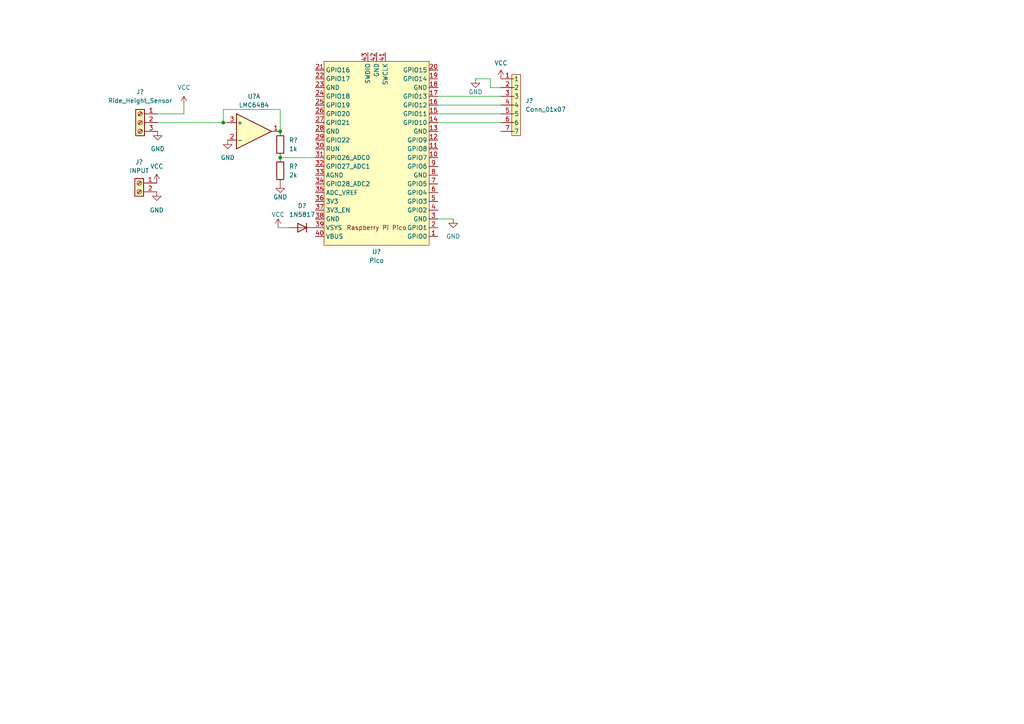
<source format=kicad_sch>
(kicad_sch (version 20211123) (generator eeschema)
  (paper "A4")
  (lib_symbols
    (symbol "Amplifier_Operational:LMC6484" (pin_names (offset 0.127))
      (property "Reference" "U" (at 0 5.08 0))
      (property "Value" "LMC6484" (at 0 -5.08 0))
      (symbol "LMC6484_1_1"
        (polyline (pts (xy -5.08 5.08) (xy 5.08 0) (xy -5.08 -5.08) (xy -5.08 5.08)) (stroke (width 0.254)) (fill (type background)))
        (pin output line (at 7.62 0 180) (length 2.54) (name "~") (number "1"))
        (pin input line (at -7.62 -2.54 0) (length 2.54) (name "-") (number "2"))
        (pin input line (at -7.62 2.54 0) (length 2.54) (name "+") (number "3"))
      )
      (symbol "LMC6484_2_1"
        (polyline (pts (xy -5.08 5.08) (xy 5.08 0) (xy -5.08 -5.08) (xy -5.08 5.08)) (stroke (width 0.254)) (fill (type background)))
        (pin input line (at -7.62 2.54 0) (length 2.54) (name "+") (number "5"))
        (pin input line (at -7.62 -2.54 0) (length 2.54) (name "-") (number "6"))
        (pin output line (at 7.62 0 180) (length 2.54) (name "~") (number "7"))
      )
      (symbol "LMC6484_3_1"
        (polyline (pts (xy -5.08 5.08) (xy 5.08 0) (xy -5.08 -5.08) (xy -5.08 5.08)) (stroke (width 0.254)) (fill (type background)))
        (pin input line (at -7.62 2.54 0) (length 2.54) (name "+") (number "10"))
        (pin output line (at 7.62 0 180) (length 2.54) (name "~") (number "8"))
        (pin input line (at -7.62 -2.54 0) (length 2.54) (name "-") (number "9"))
      )
      (symbol "LMC6484_4_1"
        (polyline (pts (xy -5.08 5.08) (xy 5.08 0) (xy -5.08 -5.08) (xy -5.08 5.08)) (stroke (width 0.254)) (fill (type background)))
        (pin input line (at -7.62 2.54 0) (length 2.54) (name "+") (number "12"))
        (pin input line (at -7.62 -2.54 0) (length 2.54) (name "-") (number "13"))
        (pin output line (at 7.62 0 180) (length 2.54) (name "~") (number "14"))
      )
      (symbol "LMC6484_5_1"
        (pin power_in line (at -2.54 -7.62 90) (length 3.81) (name "V-") (number "11"))
        (pin power_in line (at -2.54 7.62 270) (length 3.81) (name "V+") (number "4"))
      )
    )
    (symbol "Connector:Screw_Terminal_01x02" (pin_names (offset 1.016) hide)
      (property "Reference" "J" (at 0 2.54 0))
      (property "Value" "Screw_Terminal_01x02" (at 0 -5.08 0))
      (symbol "Screw_Terminal_01x02_1_1"
        (rectangle (start -1.27 1.27) (end 1.27 -3.81) (stroke (width 0.254)) (fill (type background)))
        (circle (center 0 -2.54) (radius 0.635) (stroke (width 0.1524)))
        (polyline (pts (xy -0.5334 -2.2098) (xy 0.3302 -3.048)) (stroke (width 0.1524)))
        (polyline (pts (xy -0.5334 0.3302) (xy 0.3302 -0.508)) (stroke (width 0.1524)))
        (polyline (pts (xy -0.3556 -2.032) (xy 0.508 -2.8702)) (stroke (width 0.1524)))
        (polyline (pts (xy -0.3556 0.508) (xy 0.508 -0.3302)) (stroke (width 0.1524)))
        (circle (center 0 0) (radius 0.635) (stroke (width 0.1524)))
        (pin passive line (at -5.08 0 0) (length 3.81) (name "Pin_1") (number "1"))
        (pin passive line (at -5.08 -2.54 0) (length 3.81) (name "Pin_2") (number "2"))
      )
    )
    (symbol "Connector:Screw_Terminal_01x03" (pin_names (offset 1.016) hide)
      (property "Reference" "J" (at 0 5.08 0))
      (property "Value" "Screw_Terminal_01x03" (at 0 -5.08 0))
      (symbol "Screw_Terminal_01x03_1_1"
        (rectangle (start -1.27 3.81) (end 1.27 -3.81) (stroke (width 0.254)) (fill (type background)))
        (circle (center 0 -2.54) (radius 0.635) (stroke (width 0.1524)))
        (polyline (pts (xy -0.5334 -2.2098) (xy 0.3302 -3.048)) (stroke (width 0.1524)))
        (polyline (pts (xy -0.5334 0.3302) (xy 0.3302 -0.508)) (stroke (width 0.1524)))
        (polyline (pts (xy -0.5334 2.8702) (xy 0.3302 2.032)) (stroke (width 0.1524)))
        (polyline (pts (xy -0.3556 -2.032) (xy 0.508 -2.8702)) (stroke (width 0.1524)))
        (polyline (pts (xy -0.3556 0.508) (xy 0.508 -0.3302)) (stroke (width 0.1524)))
        (polyline (pts (xy -0.3556 3.048) (xy 0.508 2.2098)) (stroke (width 0.1524)))
        (circle (center 0 0) (radius 0.635) (stroke (width 0.1524)))
        (circle (center 0 2.54) (radius 0.635) (stroke (width 0.1524)))
        (pin passive line (at -5.08 2.54 0) (length 3.81) (name "Pin_1") (number "1"))
        (pin passive line (at -5.08 0 0) (length 3.81) (name "Pin_2") (number "2"))
        (pin passive line (at -5.08 -2.54 0) (length 3.81) (name "Pin_3") (number "3"))
      )
    )
    (symbol "Device:D" (pin_numbers hide) (pin_names (offset 1.016) hide)
      (property "Reference" "D" (at 0 2.54 0))
      (property "Value" "D" (at 0 -2.54 0))
      (symbol "D_0_1"
        (polyline (pts (xy -1.27 1.27) (xy -1.27 -1.27)) (stroke (width 0.254)))
        (polyline (pts (xy 1.27 0) (xy -1.27 0)))
        (polyline (pts (xy 1.27 1.27) (xy 1.27 -1.27) (xy -1.27 0) (xy 1.27 1.27)) (stroke (width 0.254)))
      )
      (symbol "D_1_1"
        (pin passive line (at -3.81 0 0) (length 2.54) (name "K") (number "1"))
        (pin passive line (at 3.81 0 180) (length 2.54) (name "A") (number "2"))
      )
    )
    (symbol "Device:R" (pin_numbers hide) (pin_names (offset 0))
      (property "Reference" "R" (at 2.032 0 90))
      (property "Value" "R" (at 0 0 90))
      (symbol "R_0_1"
        (rectangle (start -1.016 -2.54) (end 1.016 2.54) (stroke (width 0.254)))
      )
      (symbol "R_1_1"
        (pin passive line (at 0 3.81 270) (length 1.27) (name "~") (number "1"))
        (pin passive line (at 0 -3.81 90) (length 1.27) (name "~") (number "2"))
      )
    )
    (symbol "baja_schematics:Conn_01x07" (pin_names (offset 0.025))
      (property "Reference" "J" (at 0 0 0))
      (property "Value" "Conn_01x07" (at 0.635 -20.32 0))
      (symbol "Conn_01x07_0_1"
        (rectangle (start -3.175 -1.27) (end -5.715 -19.05) (fill (type background)))
      )
      (symbol "Conn_01x07_1_1"
        (pin passive line (at 0 -2.54 180) (length 3.81) (name "1") (number "1"))
        (pin passive line (at 0 -5.08 180) (length 3.81) (name "2") (number "2"))
        (pin passive line (at 0 -7.62 180) (length 3.81) (name "3") (number "3"))
        (pin passive line (at 0 -10.16 180) (length 3.81) (name "4") (number "4"))
        (pin passive line (at 0 -12.7 180) (length 3.81) (name "5") (number "5"))
        (pin passive line (at 0 -15.24 180) (length 3.81) (name "6") (number "6"))
        (pin passive line (at 0 -17.78 180) (length 3.81) (name "7") (number "7"))
      )
    )
    (symbol "baja_schematics:Pico"
      (property "Reference" "U" (at -13.97 27.94 0))
      (property "Value" "Pico" (at 0 19.05 0))
      (symbol "Pico_0_0"
        (text "Raspberry Pi Pico" (at 0 21.59 0) (effects (font (size 1.27 1.27))))
      )
      (symbol "Pico_0_1"
        (rectangle (start -15.24 26.67) (end 15.24 -26.67) (fill (type background)))
      )
      (symbol "Pico_1_1"
        (pin bidirectional line (at -17.78 24.13 0) (length 2.54) (name "GPIO0") (number "1"))
        (pin bidirectional line (at -17.78 1.27 0) (length 2.54) (name "GPIO7") (number "10"))
        (pin bidirectional line (at -17.78 -1.27 0) (length 2.54) (name "GPIO8") (number "11"))
        (pin bidirectional line (at -17.78 -3.81 0) (length 2.54) (name "GPIO9") (number "12"))
        (pin power_in line (at -17.78 -6.35 0) (length 2.54) (name "GND") (number "13"))
        (pin bidirectional line (at -17.78 -8.89 0) (length 2.54) (name "GPIO10") (number "14"))
        (pin bidirectional line (at -17.78 -11.43 0) (length 2.54) (name "GPIO11") (number "15"))
        (pin bidirectional line (at -17.78 -13.97 0) (length 2.54) (name "GPIO12") (number "16"))
        (pin bidirectional line (at -17.78 -16.51 0) (length 2.54) (name "GPIO13") (number "17"))
        (pin power_in line (at -17.78 -19.05 0) (length 2.54) (name "GND") (number "18"))
        (pin bidirectional line (at -17.78 -21.59 0) (length 2.54) (name "GPIO14") (number "19"))
        (pin bidirectional line (at -17.78 21.59 0) (length 2.54) (name "GPIO1") (number "2"))
        (pin bidirectional line (at -17.78 -24.13 0) (length 2.54) (name "GPIO15") (number "20"))
        (pin bidirectional line (at 17.78 -24.13 180) (length 2.54) (name "GPIO16") (number "21"))
        (pin bidirectional line (at 17.78 -21.59 180) (length 2.54) (name "GPIO17") (number "22"))
        (pin power_in line (at 17.78 -19.05 180) (length 2.54) (name "GND") (number "23"))
        (pin bidirectional line (at 17.78 -16.51 180) (length 2.54) (name "GPIO18") (number "24"))
        (pin bidirectional line (at 17.78 -13.97 180) (length 2.54) (name "GPIO19") (number "25"))
        (pin bidirectional line (at 17.78 -11.43 180) (length 2.54) (name "GPIO20") (number "26"))
        (pin bidirectional line (at 17.78 -8.89 180) (length 2.54) (name "GPIO21") (number "27"))
        (pin power_in line (at 17.78 -6.35 180) (length 2.54) (name "GND") (number "28"))
        (pin bidirectional line (at 17.78 -3.81 180) (length 2.54) (name "GPIO22") (number "29"))
        (pin power_in line (at -17.78 19.05 0) (length 2.54) (name "GND") (number "3"))
        (pin input line (at 17.78 -1.27 180) (length 2.54) (name "RUN") (number "30"))
        (pin bidirectional line (at 17.78 1.27 180) (length 2.54) (name "GPIO26_ADC0") (number "31"))
        (pin bidirectional line (at 17.78 3.81 180) (length 2.54) (name "GPIO27_ADC1") (number "32"))
        (pin power_in line (at 17.78 6.35 180) (length 2.54) (name "AGND") (number "33"))
        (pin bidirectional line (at 17.78 8.89 180) (length 2.54) (name "GPIO28_ADC2") (number "34"))
        (pin power_in line (at 17.78 11.43 180) (length 2.54) (name "ADC_VREF") (number "35"))
        (pin power_in line (at 17.78 13.97 180) (length 2.54) (name "3V3") (number "36"))
        (pin input line (at 17.78 16.51 180) (length 2.54) (name "3V3_EN") (number "37"))
        (pin bidirectional line (at 17.78 19.05 180) (length 2.54) (name "GND") (number "38"))
        (pin power_in line (at 17.78 21.59 180) (length 2.54) (name "VSYS") (number "39"))
        (pin bidirectional line (at -17.78 16.51 0) (length 2.54) (name "GPIO2") (number "4"))
        (pin power_in line (at 17.78 24.13 180) (length 2.54) (name "VBUS") (number "40"))
        (pin input line (at -2.54 -29.21 90) (length 2.54) (name "SWCLK") (number "41"))
        (pin power_in line (at 0 -29.21 90) (length 2.54) (name "GND") (number "42"))
        (pin bidirectional line (at 2.54 -29.21 90) (length 2.54) (name "SWDIO") (number "43"))
        (pin bidirectional line (at -17.78 13.97 0) (length 2.54) (name "GPIO3") (number "5"))
        (pin bidirectional line (at -17.78 11.43 0) (length 2.54) (name "GPIO4") (number "6"))
        (pin bidirectional line (at -17.78 8.89 0) (length 2.54) (name "GPIO5") (number "7"))
        (pin power_in line (at -17.78 6.35 0) (length 2.54) (name "GND") (number "8"))
        (pin bidirectional line (at -17.78 3.81 0) (length 2.54) (name "GPIO6") (number "9"))
      )
    )
    (symbol "power:GND" (power) (pin_names (offset 0))
      (property "Value" "GND" (at 0 -3.81 0))
      (symbol "GND_0_1"
        (polyline (pts (xy 0 0) (xy 0 -1.27) (xy 1.27 -1.27) (xy 0 -2.54) (xy -1.27 -1.27) (xy 0 -1.27)))
      )
      (symbol "GND_1_1"
        (pin power_in line (at 0 0 270) (length 0) hide (name "GND") (number "1"))
      )
    )
    (symbol "power:VCC" (power) (pin_names (offset 0))
      (property "Value" "VCC" (at 0 3.81 0))
      (symbol "VCC_0_1"
        (polyline (pts (xy -0.762 1.27) (xy 0 2.54)))
        (polyline (pts (xy 0 0) (xy 0 2.54)))
        (polyline (pts (xy 0 2.54) (xy 0.762 1.27)))
      )
      (symbol "VCC_1_1"
        (pin power_in line (at 0 0 90) (length 0) hide (name "VCC") (number "1"))
      )
    )
  )
  (junction (at 64.77 35.56))
  (junction (at 81.28 38.1))
  (junction (at 81.28 45.72))
  (wire (pts (xy 142.24 25.4) (xy 145.288 25.4)))
  (wire (pts (xy 81.28 38.1) (xy 81.28 31.75)))
  (wire (pts (xy 137.922 22.86) (xy 142.24 22.86)))
  (wire (pts (xy 127 27.94) (xy 145.288 27.94)))
  (wire (pts (xy 127 33.02) (xy 145.288 33.02)))
  (wire (pts (xy 45.72 35.56) (xy 64.77 35.56)))
  (wire (pts (xy 64.77 31.75) (xy 64.77 35.56)))
  (wire (pts (xy 53.34 33.02) (xy 53.34 30.48)))
  (wire (pts (xy 81.28 31.75) (xy 64.77 31.75)))
  (wire (pts (xy 127 63.5) (xy 131.445 63.5)))
  (wire (pts (xy 45.72 33.02) (xy 53.34 33.02)))
  (wire (pts (xy 127 35.56) (xy 145.288 35.56)))
  (wire (pts (xy 64.77 35.56) (xy 66.04 35.56)))
  (wire (pts (xy 81.28 45.72) (xy 91.44 45.72)))
  (wire (pts (xy 127 30.48) (xy 145.288 30.48)))
  (wire (pts (xy 80.645 66.04) (xy 83.82 66.04)))
  (wire (pts (xy 142.24 22.86) (xy 142.24 25.4)))
  (symbol (lib_id "Amplifier_Operational:LMC6484") (at 73.66 38.1 0) (unit 1)
    (property "Reference" "U?" (at 73.66 27.94 0))
    (property "Value" "LMC6484" (at 73.66 30.48 0))
    (property "Datasheet" "http://www.ti.com/lit/ds/symlink/lmc6484.pdf" (effects hide))
  )
  (symbol (lib_id "baja_schematics:Conn_01x07") (at 145.288 20.32 0) (mirror y) (unit 1)
    (property "Reference" "J?" (at 152.4 29.2099 0) (effects (justify right)))
    (property "Value" "Conn_01x07" (at 152.4 31.7499 0) (effects (justify right)))
    (property "Footprint" "Connector_PinHeader_2.54mm:PinHeader_1x07_P2.54mm_Vertical" (effects hide))
    (property "Datasheet" "https://www.we-online.com/katalog/datasheet/6130xx11121.pdf" (effects hide))
    (property "MFN" "Würth Elektronik" (effects hide))
    (property "MPN" "61300711121" (effects hide))
    (property "PurchasingLink" "https://www.digikey.com/en/products/detail/61300711121/732-5320-ND/4846837?curr=usd" (effects hide))
  )
  (symbol (lib_id "power:VCC") (at 145.288 22.86 0) (unit 1)
    (property "Reference" "#PWR?" (effects hide))
    (property "Value" "VCC" (at 145.288 18.288 0))
  )
  (symbol (lib_id "power:VCC") (at 53.34 30.48 0) (unit 1)
    (property "Reference" "#PWR?" (effects hide))
    (property "Value" "VCC" (at 53.34 25.4 0))
  )
  (symbol (lib_id "power:GND") (at 131.445 63.5 0) (unit 1)
    (property "Reference" "#PWR?" (effects hide))
    (property "Value" "GND" (at 131.445 68.58 0))
  )
  (symbol (lib_id "power:GND") (at 45.72 38.1 0) (unit 1)
    (property "Reference" "#PWR?" (effects hide))
    (property "Value" "GND" (at 45.72 43.18 0))
  )
  (symbol (lib_id "power:GND") (at 81.28 53.34 0) (unit 1)
    (property "Reference" "#PWR?" (effects hide))
    (property "Value" "GND" (at 81.28 57.15 0))
  )
  (symbol (lib_id "Connector:Screw_Terminal_01x03") (at 40.64 35.56 0) (mirror y) (unit 1)
    (property "Reference" "J?" (at 40.64 26.67 0))
    (property "Value" "Ride_Height_Sensor" (at 40.64 29.21 0))
  )
  (symbol (lib_id "Device:R") (at 81.28 49.53 0) (unit 1)
    (property "Reference" "R?" (at 83.82 48.2599 0) (effects (justify left)))
    (property "Value" "2k" (at 83.82 50.7999 0) (effects (justify left)))
  )
  (symbol (lib_id "power:GND") (at 45.466 55.626 0) (unit 1)
    (property "Reference" "#PWR?" (effects hide))
    (property "Value" "GND" (at 45.466 60.96 0))
  )
  (symbol (lib_id "baja_schematics:Pico") (at 109.22 44.45 180) (unit 1)
    (property "Reference" "U?" (at 109.22 73.025 0))
    (property "Value" "Pico" (at 109.22 75.565 0))
    (property "Footprint" "Baja:RPi_Pico_SMD_TH" (effects hide))
  )
  (symbol (lib_id "Device:D") (at 87.63 66.04 180) (unit 1)
    (property "Reference" "D?" (at 87.63 59.69 0))
    (property "Value" "1N5817" (at 87.63 62.23 0))
  )
  (symbol (lib_id "Device:R") (at 81.28 41.91 0) (unit 1)
    (property "Reference" "R?" (at 83.82 40.6399 0) (effects (justify left)))
    (property "Value" "1k" (at 83.82 43.1799 0) (effects (justify left)))
  )
  (symbol (lib_id "power:VCC") (at 80.645 66.04 0) (unit 1)
    (property "Reference" "#PWR?" (effects hide))
    (property "Value" "VCC" (at 80.645 62.23 0))
  )
  (symbol (lib_id "Connector:Screw_Terminal_01x02") (at 40.386 53.086 0) (mirror y) (unit 1)
    (property "Reference" "J?" (at 40.386 46.99 0))
    (property "Value" "INPUT" (at 40.386 49.53 0))
  )
  (symbol (lib_id "power:VCC") (at 45.466 53.086 0) (unit 1)
    (property "Reference" "#PWR?" (effects hide))
    (property "Value" "VCC" (at 45.466 48.26 0))
  )
  (symbol (lib_id "power:GND") (at 137.922 22.86 0) (unit 1)
    (property "Reference" "#PWR?" (effects hide))
    (property "Value" "GND" (at 137.922 26.67 0))
  )
  (symbol (lib_id "power:GND") (at 66.04 40.64 0) (unit 1)
    (property "Reference" "#PWR?" (effects hide))
    (property "Value" "GND" (at 66.04 45.72 0))
  )
)
</source>
